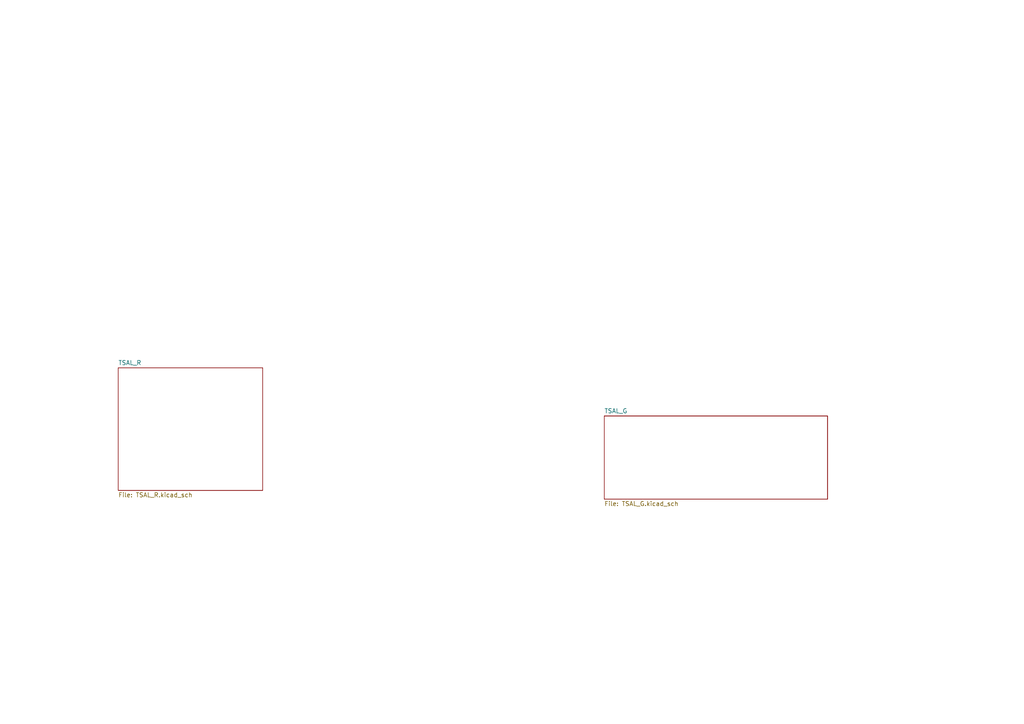
<source format=kicad_sch>
(kicad_sch
	(version 20250114)
	(generator "eeschema")
	(generator_version "9.0")
	(uuid "7f12fc09-c1e9-417e-8a60-651c1a7fe14c")
	(paper "A4")
	(lib_symbols)
	(sheet
		(at 175.26 120.65)
		(size 64.77 24.13)
		(exclude_from_sim no)
		(in_bom yes)
		(on_board yes)
		(dnp no)
		(fields_autoplaced yes)
		(stroke
			(width 0.1524)
			(type solid)
		)
		(fill
			(color 0 0 0 0.0000)
		)
		(uuid "c22373d8-5156-46cb-976b-080aedd957d1")
		(property "Sheetname" "TSAL_G"
			(at 175.26 119.9384 0)
			(effects
				(font
					(size 1.27 1.27)
				)
				(justify left bottom)
			)
		)
		(property "Sheetfile" "TSAL_G.kicad_sch"
			(at 175.26 145.3646 0)
			(effects
				(font
					(size 1.27 1.27)
				)
				(justify left top)
			)
		)
		(instances
			(project "TSAL_GR_v1"
				(path "/7f12fc09-c1e9-417e-8a60-651c1a7fe14c"
					(page "3")
				)
			)
		)
	)
	(sheet
		(at 34.29 106.68)
		(size 41.91 35.56)
		(exclude_from_sim no)
		(in_bom yes)
		(on_board yes)
		(dnp no)
		(fields_autoplaced yes)
		(stroke
			(width 0.1524)
			(type solid)
		)
		(fill
			(color 0 0 0 0.0000)
		)
		(uuid "c78cf85a-45be-4894-aac6-6cf12f2359d6")
		(property "Sheetname" "TSAL_R"
			(at 34.29 105.9684 0)
			(effects
				(font
					(size 1.27 1.27)
				)
				(justify left bottom)
			)
		)
		(property "Sheetfile" "TSAL_R.kicad_sch"
			(at 34.29 142.8246 0)
			(effects
				(font
					(size 1.27 1.27)
				)
				(justify left top)
			)
		)
		(instances
			(project "TSAL_GR_v1"
				(path "/7f12fc09-c1e9-417e-8a60-651c1a7fe14c"
					(page "2")
				)
			)
		)
	)
	(sheet_instances
		(path "/"
			(page "1")
		)
	)
	(embedded_fonts no)
)

</source>
